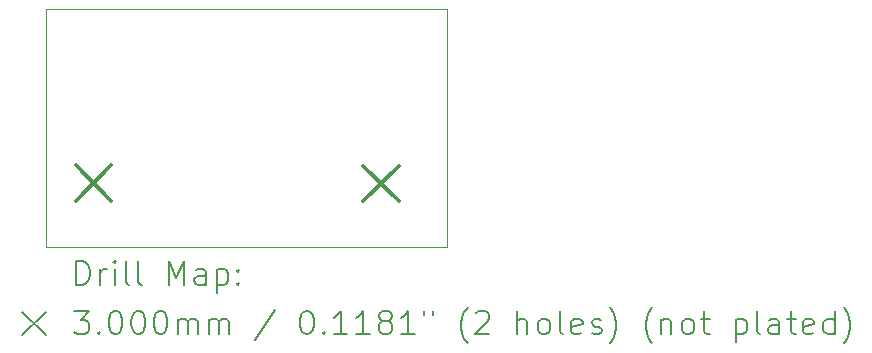
<source format=gbr>
%TF.GenerationSoftware,KiCad,Pcbnew,7.0.8+1*%
%TF.CreationDate,2024-02-21T23:20:11+01:00*%
%TF.ProjectId,MOS_SWITCH_LOAD,4d4f535f-5357-4495-9443-485f4c4f4144,rev?*%
%TF.SameCoordinates,Original*%
%TF.FileFunction,Drillmap*%
%TF.FilePolarity,Positive*%
%FSLAX45Y45*%
G04 Gerber Fmt 4.5, Leading zero omitted, Abs format (unit mm)*
G04 Created by KiCad (PCBNEW 7.0.8+1) date 2024-02-21 23:20:11*
%MOMM*%
%LPD*%
G01*
G04 APERTURE LIST*
%ADD10C,0.100000*%
%ADD11C,0.200000*%
%ADD12C,0.300000*%
G04 APERTURE END LIST*
D10*
X8535000Y-4145000D02*
X11930000Y-4145000D01*
X11930000Y-6165000D01*
X8535000Y-6165000D01*
X8535000Y-4145000D01*
D11*
D12*
X8785000Y-5470000D02*
X9085000Y-5770000D01*
X9085000Y-5470000D02*
X8785000Y-5770000D01*
X11220000Y-5475000D02*
X11520000Y-5775000D01*
X11520000Y-5475000D02*
X11220000Y-5775000D01*
D11*
X8790777Y-6481484D02*
X8790777Y-6281484D01*
X8790777Y-6281484D02*
X8838396Y-6281484D01*
X8838396Y-6281484D02*
X8866967Y-6291008D01*
X8866967Y-6291008D02*
X8886015Y-6310055D01*
X8886015Y-6310055D02*
X8895539Y-6329103D01*
X8895539Y-6329103D02*
X8905063Y-6367198D01*
X8905063Y-6367198D02*
X8905063Y-6395769D01*
X8905063Y-6395769D02*
X8895539Y-6433865D01*
X8895539Y-6433865D02*
X8886015Y-6452912D01*
X8886015Y-6452912D02*
X8866967Y-6471960D01*
X8866967Y-6471960D02*
X8838396Y-6481484D01*
X8838396Y-6481484D02*
X8790777Y-6481484D01*
X8990777Y-6481484D02*
X8990777Y-6348150D01*
X8990777Y-6386246D02*
X9000301Y-6367198D01*
X9000301Y-6367198D02*
X9009824Y-6357674D01*
X9009824Y-6357674D02*
X9028872Y-6348150D01*
X9028872Y-6348150D02*
X9047920Y-6348150D01*
X9114586Y-6481484D02*
X9114586Y-6348150D01*
X9114586Y-6281484D02*
X9105063Y-6291008D01*
X9105063Y-6291008D02*
X9114586Y-6300531D01*
X9114586Y-6300531D02*
X9124110Y-6291008D01*
X9124110Y-6291008D02*
X9114586Y-6281484D01*
X9114586Y-6281484D02*
X9114586Y-6300531D01*
X9238396Y-6481484D02*
X9219348Y-6471960D01*
X9219348Y-6471960D02*
X9209824Y-6452912D01*
X9209824Y-6452912D02*
X9209824Y-6281484D01*
X9343158Y-6481484D02*
X9324110Y-6471960D01*
X9324110Y-6471960D02*
X9314586Y-6452912D01*
X9314586Y-6452912D02*
X9314586Y-6281484D01*
X9571729Y-6481484D02*
X9571729Y-6281484D01*
X9571729Y-6281484D02*
X9638396Y-6424341D01*
X9638396Y-6424341D02*
X9705063Y-6281484D01*
X9705063Y-6281484D02*
X9705063Y-6481484D01*
X9886015Y-6481484D02*
X9886015Y-6376722D01*
X9886015Y-6376722D02*
X9876491Y-6357674D01*
X9876491Y-6357674D02*
X9857444Y-6348150D01*
X9857444Y-6348150D02*
X9819348Y-6348150D01*
X9819348Y-6348150D02*
X9800301Y-6357674D01*
X9886015Y-6471960D02*
X9866967Y-6481484D01*
X9866967Y-6481484D02*
X9819348Y-6481484D01*
X9819348Y-6481484D02*
X9800301Y-6471960D01*
X9800301Y-6471960D02*
X9790777Y-6452912D01*
X9790777Y-6452912D02*
X9790777Y-6433865D01*
X9790777Y-6433865D02*
X9800301Y-6414817D01*
X9800301Y-6414817D02*
X9819348Y-6405293D01*
X9819348Y-6405293D02*
X9866967Y-6405293D01*
X9866967Y-6405293D02*
X9886015Y-6395769D01*
X9981253Y-6348150D02*
X9981253Y-6548150D01*
X9981253Y-6357674D02*
X10000301Y-6348150D01*
X10000301Y-6348150D02*
X10038396Y-6348150D01*
X10038396Y-6348150D02*
X10057444Y-6357674D01*
X10057444Y-6357674D02*
X10066967Y-6367198D01*
X10066967Y-6367198D02*
X10076491Y-6386246D01*
X10076491Y-6386246D02*
X10076491Y-6443388D01*
X10076491Y-6443388D02*
X10066967Y-6462436D01*
X10066967Y-6462436D02*
X10057444Y-6471960D01*
X10057444Y-6471960D02*
X10038396Y-6481484D01*
X10038396Y-6481484D02*
X10000301Y-6481484D01*
X10000301Y-6481484D02*
X9981253Y-6471960D01*
X10162205Y-6462436D02*
X10171729Y-6471960D01*
X10171729Y-6471960D02*
X10162205Y-6481484D01*
X10162205Y-6481484D02*
X10152682Y-6471960D01*
X10152682Y-6471960D02*
X10162205Y-6462436D01*
X10162205Y-6462436D02*
X10162205Y-6481484D01*
X10162205Y-6357674D02*
X10171729Y-6367198D01*
X10171729Y-6367198D02*
X10162205Y-6376722D01*
X10162205Y-6376722D02*
X10152682Y-6367198D01*
X10152682Y-6367198D02*
X10162205Y-6357674D01*
X10162205Y-6357674D02*
X10162205Y-6376722D01*
X8330000Y-6710000D02*
X8530000Y-6910000D01*
X8530000Y-6710000D02*
X8330000Y-6910000D01*
X8771729Y-6701484D02*
X8895539Y-6701484D01*
X8895539Y-6701484D02*
X8828872Y-6777674D01*
X8828872Y-6777674D02*
X8857444Y-6777674D01*
X8857444Y-6777674D02*
X8876491Y-6787198D01*
X8876491Y-6787198D02*
X8886015Y-6796722D01*
X8886015Y-6796722D02*
X8895539Y-6815769D01*
X8895539Y-6815769D02*
X8895539Y-6863388D01*
X8895539Y-6863388D02*
X8886015Y-6882436D01*
X8886015Y-6882436D02*
X8876491Y-6891960D01*
X8876491Y-6891960D02*
X8857444Y-6901484D01*
X8857444Y-6901484D02*
X8800301Y-6901484D01*
X8800301Y-6901484D02*
X8781253Y-6891960D01*
X8781253Y-6891960D02*
X8771729Y-6882436D01*
X8981253Y-6882436D02*
X8990777Y-6891960D01*
X8990777Y-6891960D02*
X8981253Y-6901484D01*
X8981253Y-6901484D02*
X8971729Y-6891960D01*
X8971729Y-6891960D02*
X8981253Y-6882436D01*
X8981253Y-6882436D02*
X8981253Y-6901484D01*
X9114586Y-6701484D02*
X9133634Y-6701484D01*
X9133634Y-6701484D02*
X9152682Y-6711008D01*
X9152682Y-6711008D02*
X9162205Y-6720531D01*
X9162205Y-6720531D02*
X9171729Y-6739579D01*
X9171729Y-6739579D02*
X9181253Y-6777674D01*
X9181253Y-6777674D02*
X9181253Y-6825293D01*
X9181253Y-6825293D02*
X9171729Y-6863388D01*
X9171729Y-6863388D02*
X9162205Y-6882436D01*
X9162205Y-6882436D02*
X9152682Y-6891960D01*
X9152682Y-6891960D02*
X9133634Y-6901484D01*
X9133634Y-6901484D02*
X9114586Y-6901484D01*
X9114586Y-6901484D02*
X9095539Y-6891960D01*
X9095539Y-6891960D02*
X9086015Y-6882436D01*
X9086015Y-6882436D02*
X9076491Y-6863388D01*
X9076491Y-6863388D02*
X9066967Y-6825293D01*
X9066967Y-6825293D02*
X9066967Y-6777674D01*
X9066967Y-6777674D02*
X9076491Y-6739579D01*
X9076491Y-6739579D02*
X9086015Y-6720531D01*
X9086015Y-6720531D02*
X9095539Y-6711008D01*
X9095539Y-6711008D02*
X9114586Y-6701484D01*
X9305063Y-6701484D02*
X9324110Y-6701484D01*
X9324110Y-6701484D02*
X9343158Y-6711008D01*
X9343158Y-6711008D02*
X9352682Y-6720531D01*
X9352682Y-6720531D02*
X9362205Y-6739579D01*
X9362205Y-6739579D02*
X9371729Y-6777674D01*
X9371729Y-6777674D02*
X9371729Y-6825293D01*
X9371729Y-6825293D02*
X9362205Y-6863388D01*
X9362205Y-6863388D02*
X9352682Y-6882436D01*
X9352682Y-6882436D02*
X9343158Y-6891960D01*
X9343158Y-6891960D02*
X9324110Y-6901484D01*
X9324110Y-6901484D02*
X9305063Y-6901484D01*
X9305063Y-6901484D02*
X9286015Y-6891960D01*
X9286015Y-6891960D02*
X9276491Y-6882436D01*
X9276491Y-6882436D02*
X9266967Y-6863388D01*
X9266967Y-6863388D02*
X9257444Y-6825293D01*
X9257444Y-6825293D02*
X9257444Y-6777674D01*
X9257444Y-6777674D02*
X9266967Y-6739579D01*
X9266967Y-6739579D02*
X9276491Y-6720531D01*
X9276491Y-6720531D02*
X9286015Y-6711008D01*
X9286015Y-6711008D02*
X9305063Y-6701484D01*
X9495539Y-6701484D02*
X9514586Y-6701484D01*
X9514586Y-6701484D02*
X9533634Y-6711008D01*
X9533634Y-6711008D02*
X9543158Y-6720531D01*
X9543158Y-6720531D02*
X9552682Y-6739579D01*
X9552682Y-6739579D02*
X9562205Y-6777674D01*
X9562205Y-6777674D02*
X9562205Y-6825293D01*
X9562205Y-6825293D02*
X9552682Y-6863388D01*
X9552682Y-6863388D02*
X9543158Y-6882436D01*
X9543158Y-6882436D02*
X9533634Y-6891960D01*
X9533634Y-6891960D02*
X9514586Y-6901484D01*
X9514586Y-6901484D02*
X9495539Y-6901484D01*
X9495539Y-6901484D02*
X9476491Y-6891960D01*
X9476491Y-6891960D02*
X9466967Y-6882436D01*
X9466967Y-6882436D02*
X9457444Y-6863388D01*
X9457444Y-6863388D02*
X9447920Y-6825293D01*
X9447920Y-6825293D02*
X9447920Y-6777674D01*
X9447920Y-6777674D02*
X9457444Y-6739579D01*
X9457444Y-6739579D02*
X9466967Y-6720531D01*
X9466967Y-6720531D02*
X9476491Y-6711008D01*
X9476491Y-6711008D02*
X9495539Y-6701484D01*
X9647920Y-6901484D02*
X9647920Y-6768150D01*
X9647920Y-6787198D02*
X9657444Y-6777674D01*
X9657444Y-6777674D02*
X9676491Y-6768150D01*
X9676491Y-6768150D02*
X9705063Y-6768150D01*
X9705063Y-6768150D02*
X9724110Y-6777674D01*
X9724110Y-6777674D02*
X9733634Y-6796722D01*
X9733634Y-6796722D02*
X9733634Y-6901484D01*
X9733634Y-6796722D02*
X9743158Y-6777674D01*
X9743158Y-6777674D02*
X9762205Y-6768150D01*
X9762205Y-6768150D02*
X9790777Y-6768150D01*
X9790777Y-6768150D02*
X9809825Y-6777674D01*
X9809825Y-6777674D02*
X9819348Y-6796722D01*
X9819348Y-6796722D02*
X9819348Y-6901484D01*
X9914586Y-6901484D02*
X9914586Y-6768150D01*
X9914586Y-6787198D02*
X9924110Y-6777674D01*
X9924110Y-6777674D02*
X9943158Y-6768150D01*
X9943158Y-6768150D02*
X9971729Y-6768150D01*
X9971729Y-6768150D02*
X9990777Y-6777674D01*
X9990777Y-6777674D02*
X10000301Y-6796722D01*
X10000301Y-6796722D02*
X10000301Y-6901484D01*
X10000301Y-6796722D02*
X10009825Y-6777674D01*
X10009825Y-6777674D02*
X10028872Y-6768150D01*
X10028872Y-6768150D02*
X10057444Y-6768150D01*
X10057444Y-6768150D02*
X10076491Y-6777674D01*
X10076491Y-6777674D02*
X10086015Y-6796722D01*
X10086015Y-6796722D02*
X10086015Y-6901484D01*
X10476491Y-6691960D02*
X10305063Y-6949103D01*
X10733634Y-6701484D02*
X10752682Y-6701484D01*
X10752682Y-6701484D02*
X10771729Y-6711008D01*
X10771729Y-6711008D02*
X10781253Y-6720531D01*
X10781253Y-6720531D02*
X10790777Y-6739579D01*
X10790777Y-6739579D02*
X10800301Y-6777674D01*
X10800301Y-6777674D02*
X10800301Y-6825293D01*
X10800301Y-6825293D02*
X10790777Y-6863388D01*
X10790777Y-6863388D02*
X10781253Y-6882436D01*
X10781253Y-6882436D02*
X10771729Y-6891960D01*
X10771729Y-6891960D02*
X10752682Y-6901484D01*
X10752682Y-6901484D02*
X10733634Y-6901484D01*
X10733634Y-6901484D02*
X10714587Y-6891960D01*
X10714587Y-6891960D02*
X10705063Y-6882436D01*
X10705063Y-6882436D02*
X10695539Y-6863388D01*
X10695539Y-6863388D02*
X10686015Y-6825293D01*
X10686015Y-6825293D02*
X10686015Y-6777674D01*
X10686015Y-6777674D02*
X10695539Y-6739579D01*
X10695539Y-6739579D02*
X10705063Y-6720531D01*
X10705063Y-6720531D02*
X10714587Y-6711008D01*
X10714587Y-6711008D02*
X10733634Y-6701484D01*
X10886015Y-6882436D02*
X10895539Y-6891960D01*
X10895539Y-6891960D02*
X10886015Y-6901484D01*
X10886015Y-6901484D02*
X10876491Y-6891960D01*
X10876491Y-6891960D02*
X10886015Y-6882436D01*
X10886015Y-6882436D02*
X10886015Y-6901484D01*
X11086015Y-6901484D02*
X10971729Y-6901484D01*
X11028872Y-6901484D02*
X11028872Y-6701484D01*
X11028872Y-6701484D02*
X11009825Y-6730055D01*
X11009825Y-6730055D02*
X10990777Y-6749103D01*
X10990777Y-6749103D02*
X10971729Y-6758627D01*
X11276491Y-6901484D02*
X11162206Y-6901484D01*
X11219348Y-6901484D02*
X11219348Y-6701484D01*
X11219348Y-6701484D02*
X11200301Y-6730055D01*
X11200301Y-6730055D02*
X11181253Y-6749103D01*
X11181253Y-6749103D02*
X11162206Y-6758627D01*
X11390777Y-6787198D02*
X11371729Y-6777674D01*
X11371729Y-6777674D02*
X11362206Y-6768150D01*
X11362206Y-6768150D02*
X11352682Y-6749103D01*
X11352682Y-6749103D02*
X11352682Y-6739579D01*
X11352682Y-6739579D02*
X11362206Y-6720531D01*
X11362206Y-6720531D02*
X11371729Y-6711008D01*
X11371729Y-6711008D02*
X11390777Y-6701484D01*
X11390777Y-6701484D02*
X11428872Y-6701484D01*
X11428872Y-6701484D02*
X11447920Y-6711008D01*
X11447920Y-6711008D02*
X11457444Y-6720531D01*
X11457444Y-6720531D02*
X11466967Y-6739579D01*
X11466967Y-6739579D02*
X11466967Y-6749103D01*
X11466967Y-6749103D02*
X11457444Y-6768150D01*
X11457444Y-6768150D02*
X11447920Y-6777674D01*
X11447920Y-6777674D02*
X11428872Y-6787198D01*
X11428872Y-6787198D02*
X11390777Y-6787198D01*
X11390777Y-6787198D02*
X11371729Y-6796722D01*
X11371729Y-6796722D02*
X11362206Y-6806246D01*
X11362206Y-6806246D02*
X11352682Y-6825293D01*
X11352682Y-6825293D02*
X11352682Y-6863388D01*
X11352682Y-6863388D02*
X11362206Y-6882436D01*
X11362206Y-6882436D02*
X11371729Y-6891960D01*
X11371729Y-6891960D02*
X11390777Y-6901484D01*
X11390777Y-6901484D02*
X11428872Y-6901484D01*
X11428872Y-6901484D02*
X11447920Y-6891960D01*
X11447920Y-6891960D02*
X11457444Y-6882436D01*
X11457444Y-6882436D02*
X11466967Y-6863388D01*
X11466967Y-6863388D02*
X11466967Y-6825293D01*
X11466967Y-6825293D02*
X11457444Y-6806246D01*
X11457444Y-6806246D02*
X11447920Y-6796722D01*
X11447920Y-6796722D02*
X11428872Y-6787198D01*
X11657444Y-6901484D02*
X11543158Y-6901484D01*
X11600301Y-6901484D02*
X11600301Y-6701484D01*
X11600301Y-6701484D02*
X11581253Y-6730055D01*
X11581253Y-6730055D02*
X11562206Y-6749103D01*
X11562206Y-6749103D02*
X11543158Y-6758627D01*
X11733634Y-6701484D02*
X11733634Y-6739579D01*
X11809825Y-6701484D02*
X11809825Y-6739579D01*
X12105063Y-6977674D02*
X12095539Y-6968150D01*
X12095539Y-6968150D02*
X12076491Y-6939579D01*
X12076491Y-6939579D02*
X12066968Y-6920531D01*
X12066968Y-6920531D02*
X12057444Y-6891960D01*
X12057444Y-6891960D02*
X12047920Y-6844341D01*
X12047920Y-6844341D02*
X12047920Y-6806246D01*
X12047920Y-6806246D02*
X12057444Y-6758627D01*
X12057444Y-6758627D02*
X12066968Y-6730055D01*
X12066968Y-6730055D02*
X12076491Y-6711008D01*
X12076491Y-6711008D02*
X12095539Y-6682436D01*
X12095539Y-6682436D02*
X12105063Y-6672912D01*
X12171729Y-6720531D02*
X12181253Y-6711008D01*
X12181253Y-6711008D02*
X12200301Y-6701484D01*
X12200301Y-6701484D02*
X12247920Y-6701484D01*
X12247920Y-6701484D02*
X12266968Y-6711008D01*
X12266968Y-6711008D02*
X12276491Y-6720531D01*
X12276491Y-6720531D02*
X12286015Y-6739579D01*
X12286015Y-6739579D02*
X12286015Y-6758627D01*
X12286015Y-6758627D02*
X12276491Y-6787198D01*
X12276491Y-6787198D02*
X12162206Y-6901484D01*
X12162206Y-6901484D02*
X12286015Y-6901484D01*
X12524110Y-6901484D02*
X12524110Y-6701484D01*
X12609825Y-6901484D02*
X12609825Y-6796722D01*
X12609825Y-6796722D02*
X12600301Y-6777674D01*
X12600301Y-6777674D02*
X12581253Y-6768150D01*
X12581253Y-6768150D02*
X12552682Y-6768150D01*
X12552682Y-6768150D02*
X12533634Y-6777674D01*
X12533634Y-6777674D02*
X12524110Y-6787198D01*
X12733634Y-6901484D02*
X12714587Y-6891960D01*
X12714587Y-6891960D02*
X12705063Y-6882436D01*
X12705063Y-6882436D02*
X12695539Y-6863388D01*
X12695539Y-6863388D02*
X12695539Y-6806246D01*
X12695539Y-6806246D02*
X12705063Y-6787198D01*
X12705063Y-6787198D02*
X12714587Y-6777674D01*
X12714587Y-6777674D02*
X12733634Y-6768150D01*
X12733634Y-6768150D02*
X12762206Y-6768150D01*
X12762206Y-6768150D02*
X12781253Y-6777674D01*
X12781253Y-6777674D02*
X12790777Y-6787198D01*
X12790777Y-6787198D02*
X12800301Y-6806246D01*
X12800301Y-6806246D02*
X12800301Y-6863388D01*
X12800301Y-6863388D02*
X12790777Y-6882436D01*
X12790777Y-6882436D02*
X12781253Y-6891960D01*
X12781253Y-6891960D02*
X12762206Y-6901484D01*
X12762206Y-6901484D02*
X12733634Y-6901484D01*
X12914587Y-6901484D02*
X12895539Y-6891960D01*
X12895539Y-6891960D02*
X12886015Y-6872912D01*
X12886015Y-6872912D02*
X12886015Y-6701484D01*
X13066968Y-6891960D02*
X13047920Y-6901484D01*
X13047920Y-6901484D02*
X13009825Y-6901484D01*
X13009825Y-6901484D02*
X12990777Y-6891960D01*
X12990777Y-6891960D02*
X12981253Y-6872912D01*
X12981253Y-6872912D02*
X12981253Y-6796722D01*
X12981253Y-6796722D02*
X12990777Y-6777674D01*
X12990777Y-6777674D02*
X13009825Y-6768150D01*
X13009825Y-6768150D02*
X13047920Y-6768150D01*
X13047920Y-6768150D02*
X13066968Y-6777674D01*
X13066968Y-6777674D02*
X13076491Y-6796722D01*
X13076491Y-6796722D02*
X13076491Y-6815769D01*
X13076491Y-6815769D02*
X12981253Y-6834817D01*
X13152682Y-6891960D02*
X13171730Y-6901484D01*
X13171730Y-6901484D02*
X13209825Y-6901484D01*
X13209825Y-6901484D02*
X13228872Y-6891960D01*
X13228872Y-6891960D02*
X13238396Y-6872912D01*
X13238396Y-6872912D02*
X13238396Y-6863388D01*
X13238396Y-6863388D02*
X13228872Y-6844341D01*
X13228872Y-6844341D02*
X13209825Y-6834817D01*
X13209825Y-6834817D02*
X13181253Y-6834817D01*
X13181253Y-6834817D02*
X13162206Y-6825293D01*
X13162206Y-6825293D02*
X13152682Y-6806246D01*
X13152682Y-6806246D02*
X13152682Y-6796722D01*
X13152682Y-6796722D02*
X13162206Y-6777674D01*
X13162206Y-6777674D02*
X13181253Y-6768150D01*
X13181253Y-6768150D02*
X13209825Y-6768150D01*
X13209825Y-6768150D02*
X13228872Y-6777674D01*
X13305063Y-6977674D02*
X13314587Y-6968150D01*
X13314587Y-6968150D02*
X13333634Y-6939579D01*
X13333634Y-6939579D02*
X13343158Y-6920531D01*
X13343158Y-6920531D02*
X13352682Y-6891960D01*
X13352682Y-6891960D02*
X13362206Y-6844341D01*
X13362206Y-6844341D02*
X13362206Y-6806246D01*
X13362206Y-6806246D02*
X13352682Y-6758627D01*
X13352682Y-6758627D02*
X13343158Y-6730055D01*
X13343158Y-6730055D02*
X13333634Y-6711008D01*
X13333634Y-6711008D02*
X13314587Y-6682436D01*
X13314587Y-6682436D02*
X13305063Y-6672912D01*
X13666968Y-6977674D02*
X13657444Y-6968150D01*
X13657444Y-6968150D02*
X13638396Y-6939579D01*
X13638396Y-6939579D02*
X13628872Y-6920531D01*
X13628872Y-6920531D02*
X13619349Y-6891960D01*
X13619349Y-6891960D02*
X13609825Y-6844341D01*
X13609825Y-6844341D02*
X13609825Y-6806246D01*
X13609825Y-6806246D02*
X13619349Y-6758627D01*
X13619349Y-6758627D02*
X13628872Y-6730055D01*
X13628872Y-6730055D02*
X13638396Y-6711008D01*
X13638396Y-6711008D02*
X13657444Y-6682436D01*
X13657444Y-6682436D02*
X13666968Y-6672912D01*
X13743158Y-6768150D02*
X13743158Y-6901484D01*
X13743158Y-6787198D02*
X13752682Y-6777674D01*
X13752682Y-6777674D02*
X13771730Y-6768150D01*
X13771730Y-6768150D02*
X13800301Y-6768150D01*
X13800301Y-6768150D02*
X13819349Y-6777674D01*
X13819349Y-6777674D02*
X13828872Y-6796722D01*
X13828872Y-6796722D02*
X13828872Y-6901484D01*
X13952682Y-6901484D02*
X13933634Y-6891960D01*
X13933634Y-6891960D02*
X13924111Y-6882436D01*
X13924111Y-6882436D02*
X13914587Y-6863388D01*
X13914587Y-6863388D02*
X13914587Y-6806246D01*
X13914587Y-6806246D02*
X13924111Y-6787198D01*
X13924111Y-6787198D02*
X13933634Y-6777674D01*
X13933634Y-6777674D02*
X13952682Y-6768150D01*
X13952682Y-6768150D02*
X13981253Y-6768150D01*
X13981253Y-6768150D02*
X14000301Y-6777674D01*
X14000301Y-6777674D02*
X14009825Y-6787198D01*
X14009825Y-6787198D02*
X14019349Y-6806246D01*
X14019349Y-6806246D02*
X14019349Y-6863388D01*
X14019349Y-6863388D02*
X14009825Y-6882436D01*
X14009825Y-6882436D02*
X14000301Y-6891960D01*
X14000301Y-6891960D02*
X13981253Y-6901484D01*
X13981253Y-6901484D02*
X13952682Y-6901484D01*
X14076492Y-6768150D02*
X14152682Y-6768150D01*
X14105063Y-6701484D02*
X14105063Y-6872912D01*
X14105063Y-6872912D02*
X14114587Y-6891960D01*
X14114587Y-6891960D02*
X14133634Y-6901484D01*
X14133634Y-6901484D02*
X14152682Y-6901484D01*
X14371730Y-6768150D02*
X14371730Y-6968150D01*
X14371730Y-6777674D02*
X14390777Y-6768150D01*
X14390777Y-6768150D02*
X14428873Y-6768150D01*
X14428873Y-6768150D02*
X14447920Y-6777674D01*
X14447920Y-6777674D02*
X14457444Y-6787198D01*
X14457444Y-6787198D02*
X14466968Y-6806246D01*
X14466968Y-6806246D02*
X14466968Y-6863388D01*
X14466968Y-6863388D02*
X14457444Y-6882436D01*
X14457444Y-6882436D02*
X14447920Y-6891960D01*
X14447920Y-6891960D02*
X14428873Y-6901484D01*
X14428873Y-6901484D02*
X14390777Y-6901484D01*
X14390777Y-6901484D02*
X14371730Y-6891960D01*
X14581253Y-6901484D02*
X14562206Y-6891960D01*
X14562206Y-6891960D02*
X14552682Y-6872912D01*
X14552682Y-6872912D02*
X14552682Y-6701484D01*
X14743158Y-6901484D02*
X14743158Y-6796722D01*
X14743158Y-6796722D02*
X14733634Y-6777674D01*
X14733634Y-6777674D02*
X14714587Y-6768150D01*
X14714587Y-6768150D02*
X14676492Y-6768150D01*
X14676492Y-6768150D02*
X14657444Y-6777674D01*
X14743158Y-6891960D02*
X14724111Y-6901484D01*
X14724111Y-6901484D02*
X14676492Y-6901484D01*
X14676492Y-6901484D02*
X14657444Y-6891960D01*
X14657444Y-6891960D02*
X14647920Y-6872912D01*
X14647920Y-6872912D02*
X14647920Y-6853865D01*
X14647920Y-6853865D02*
X14657444Y-6834817D01*
X14657444Y-6834817D02*
X14676492Y-6825293D01*
X14676492Y-6825293D02*
X14724111Y-6825293D01*
X14724111Y-6825293D02*
X14743158Y-6815769D01*
X14809825Y-6768150D02*
X14886015Y-6768150D01*
X14838396Y-6701484D02*
X14838396Y-6872912D01*
X14838396Y-6872912D02*
X14847920Y-6891960D01*
X14847920Y-6891960D02*
X14866968Y-6901484D01*
X14866968Y-6901484D02*
X14886015Y-6901484D01*
X15028873Y-6891960D02*
X15009825Y-6901484D01*
X15009825Y-6901484D02*
X14971730Y-6901484D01*
X14971730Y-6901484D02*
X14952682Y-6891960D01*
X14952682Y-6891960D02*
X14943158Y-6872912D01*
X14943158Y-6872912D02*
X14943158Y-6796722D01*
X14943158Y-6796722D02*
X14952682Y-6777674D01*
X14952682Y-6777674D02*
X14971730Y-6768150D01*
X14971730Y-6768150D02*
X15009825Y-6768150D01*
X15009825Y-6768150D02*
X15028873Y-6777674D01*
X15028873Y-6777674D02*
X15038396Y-6796722D01*
X15038396Y-6796722D02*
X15038396Y-6815769D01*
X15038396Y-6815769D02*
X14943158Y-6834817D01*
X15209825Y-6901484D02*
X15209825Y-6701484D01*
X15209825Y-6891960D02*
X15190777Y-6901484D01*
X15190777Y-6901484D02*
X15152682Y-6901484D01*
X15152682Y-6901484D02*
X15133634Y-6891960D01*
X15133634Y-6891960D02*
X15124111Y-6882436D01*
X15124111Y-6882436D02*
X15114587Y-6863388D01*
X15114587Y-6863388D02*
X15114587Y-6806246D01*
X15114587Y-6806246D02*
X15124111Y-6787198D01*
X15124111Y-6787198D02*
X15133634Y-6777674D01*
X15133634Y-6777674D02*
X15152682Y-6768150D01*
X15152682Y-6768150D02*
X15190777Y-6768150D01*
X15190777Y-6768150D02*
X15209825Y-6777674D01*
X15286015Y-6977674D02*
X15295539Y-6968150D01*
X15295539Y-6968150D02*
X15314587Y-6939579D01*
X15314587Y-6939579D02*
X15324111Y-6920531D01*
X15324111Y-6920531D02*
X15333634Y-6891960D01*
X15333634Y-6891960D02*
X15343158Y-6844341D01*
X15343158Y-6844341D02*
X15343158Y-6806246D01*
X15343158Y-6806246D02*
X15333634Y-6758627D01*
X15333634Y-6758627D02*
X15324111Y-6730055D01*
X15324111Y-6730055D02*
X15314587Y-6711008D01*
X15314587Y-6711008D02*
X15295539Y-6682436D01*
X15295539Y-6682436D02*
X15286015Y-6672912D01*
M02*

</source>
